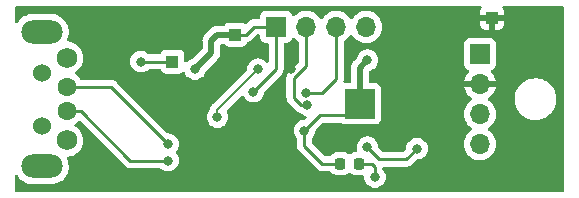
<source format=gbr>
G04 #@! TF.GenerationSoftware,KiCad,Pcbnew,6.0.4+dfsg-1*
G04 #@! TF.CreationDate,2022-03-26T10:07:46-04:00*
G04 #@! TF.ProjectId,PortaNet,506f7274-614e-4657-942e-6b696361645f,rev?*
G04 #@! TF.SameCoordinates,Original*
G04 #@! TF.FileFunction,Copper,L2,Bot*
G04 #@! TF.FilePolarity,Positive*
%FSLAX46Y46*%
G04 Gerber Fmt 4.6, Leading zero omitted, Abs format (unit mm)*
G04 Created by KiCad (PCBNEW 6.0.4+dfsg-1) date 2022-03-26 10:07:46*
%MOMM*%
%LPD*%
G01*
G04 APERTURE LIST*
G04 Aperture macros list*
%AMRoundRect*
0 Rectangle with rounded corners*
0 $1 Rounding radius*
0 $2 $3 $4 $5 $6 $7 $8 $9 X,Y pos of 4 corners*
0 Add a 4 corners polygon primitive as box body*
4,1,4,$2,$3,$4,$5,$6,$7,$8,$9,$2,$3,0*
0 Add four circle primitives for the rounded corners*
1,1,$1+$1,$2,$3*
1,1,$1+$1,$4,$5*
1,1,$1+$1,$6,$7*
1,1,$1+$1,$8,$9*
0 Add four rect primitives between the rounded corners*
20,1,$1+$1,$2,$3,$4,$5,0*
20,1,$1+$1,$4,$5,$6,$7,0*
20,1,$1+$1,$6,$7,$8,$9,0*
20,1,$1+$1,$8,$9,$2,$3,0*%
G04 Aperture macros list end*
G04 #@! TA.AperFunction,WasherPad*
%ADD10C,1.524000*%
G04 #@! TD*
G04 #@! TA.AperFunction,ComponentPad*
%ADD11C,1.750000*%
G04 #@! TD*
G04 #@! TA.AperFunction,ComponentPad*
%ADD12C,1.600000*%
G04 #@! TD*
G04 #@! TA.AperFunction,ComponentPad*
%ADD13O,3.500000X2.000000*%
G04 #@! TD*
G04 #@! TA.AperFunction,ComponentPad*
%ADD14C,0.500000*%
G04 #@! TD*
G04 #@! TA.AperFunction,SMDPad,CuDef*
%ADD15R,2.500000X2.500000*%
G04 #@! TD*
G04 #@! TA.AperFunction,ComponentPad*
%ADD16R,1.700000X1.700000*%
G04 #@! TD*
G04 #@! TA.AperFunction,ComponentPad*
%ADD17O,1.700000X1.700000*%
G04 #@! TD*
G04 #@! TA.AperFunction,SMDPad,CuDef*
%ADD18R,1.000000X1.000000*%
G04 #@! TD*
G04 #@! TA.AperFunction,SMDPad,CuDef*
%ADD19RoundRect,0.225000X0.225000X0.250000X-0.225000X0.250000X-0.225000X-0.250000X0.225000X-0.250000X0*%
G04 #@! TD*
G04 #@! TA.AperFunction,ViaPad*
%ADD20C,0.800000*%
G04 #@! TD*
G04 #@! TA.AperFunction,Conductor*
%ADD21C,0.250000*%
G04 #@! TD*
G04 #@! TA.AperFunction,Conductor*
%ADD22C,0.500000*%
G04 #@! TD*
G04 #@! TA.AperFunction,Conductor*
%ADD23C,0.200000*%
G04 #@! TD*
G04 APERTURE END LIST*
D10*
X124460000Y-68870000D03*
X124460000Y-73370000D03*
D11*
X126560000Y-74620000D03*
D12*
X126560000Y-72120000D03*
X126560000Y-70120000D03*
D11*
X126560000Y-67620000D03*
D13*
X124460000Y-76820000D03*
X124460000Y-65420000D03*
D14*
X152384000Y-71501000D03*
X150384000Y-72501000D03*
X151384000Y-70501000D03*
X152384000Y-70501000D03*
X151384000Y-71501000D03*
X152384000Y-72501000D03*
D15*
X151384000Y-71501000D03*
D14*
X151384000Y-72501000D03*
X150384000Y-70501000D03*
X150384000Y-71501000D03*
D16*
X144287000Y-64999000D03*
D17*
X146827000Y-64999000D03*
X149367000Y-64999000D03*
X151907000Y-64999000D03*
D16*
X161544000Y-67310000D03*
D17*
X161544000Y-69850000D03*
X161544000Y-72390000D03*
X161544000Y-74930000D03*
D18*
X135509000Y-67945000D03*
D19*
X151270000Y-76581000D03*
X149720000Y-76581000D03*
D18*
X162560000Y-64262000D03*
X140843000Y-65659000D03*
D20*
X154051000Y-67945000D03*
X136779000Y-72644000D03*
X148336000Y-75184000D03*
X145542000Y-68580000D03*
X163957000Y-65786000D03*
X159512000Y-73787000D03*
X155448000Y-72009000D03*
X150622000Y-75184000D03*
X142367000Y-70485000D03*
X137414000Y-68580000D03*
X152019000Y-67818000D03*
X146685000Y-73787000D03*
X132842000Y-67945000D03*
X146939000Y-71628000D03*
X146812000Y-70612000D03*
X135128000Y-76327000D03*
X135128000Y-74930000D03*
X152019000Y-75184000D03*
X156210000Y-75311000D03*
X152654000Y-77724000D03*
X139319000Y-72644000D03*
X142748000Y-68580000D03*
D21*
X144287000Y-68565000D02*
X144287000Y-64999000D01*
X148209000Y-76581000D02*
X146685000Y-75057000D01*
X142367000Y-70485000D02*
X144287000Y-68565000D01*
X141732000Y-65659000D02*
X142392000Y-64999000D01*
X146685000Y-75057000D02*
X146685000Y-73787000D01*
D22*
X151384000Y-68453000D02*
X151384000Y-70501000D01*
X138811000Y-67183000D02*
X138811000Y-66167000D01*
D21*
X142392000Y-64999000D02*
X144287000Y-64999000D01*
X149720000Y-76581000D02*
X148209000Y-76581000D01*
D22*
X138811000Y-66167000D02*
X139319000Y-65659000D01*
D21*
X147971000Y-72501000D02*
X146685000Y-73787000D01*
D22*
X137414000Y-68580000D02*
X138811000Y-67183000D01*
X139319000Y-65659000D02*
X140843000Y-65659000D01*
D21*
X150384000Y-72501000D02*
X147971000Y-72501000D01*
D22*
X152019000Y-67818000D02*
X151384000Y-68453000D01*
D21*
X140843000Y-65659000D02*
X141732000Y-65659000D01*
X135509000Y-67945000D02*
X132842000Y-67945000D01*
X146939000Y-71628000D02*
X146431000Y-71628000D01*
X145796000Y-69350614D02*
X146827000Y-68319614D01*
X146431000Y-71628000D02*
X145796000Y-70993000D01*
X145796000Y-70993000D02*
X145796000Y-69350614D01*
X146827000Y-68319614D02*
X146827000Y-64999000D01*
X148209000Y-70612000D02*
X149367000Y-69454000D01*
X149367000Y-69454000D02*
X149367000Y-64999000D01*
X146812000Y-70612000D02*
X148209000Y-70612000D01*
X126560000Y-72120000D02*
X127746000Y-72120000D01*
X127746000Y-72120000D02*
X131953000Y-76327000D01*
X131953000Y-76327000D02*
X135128000Y-76327000D01*
X130318000Y-70120000D02*
X126560000Y-70120000D01*
X135128000Y-74930000D02*
X130318000Y-70120000D01*
X153035000Y-76200000D02*
X152019000Y-75184000D01*
X156210000Y-75311000D02*
X155321000Y-76200000D01*
X155321000Y-76200000D02*
X153035000Y-76200000D01*
X152654000Y-77724000D02*
X152654000Y-76835000D01*
X152654000Y-76835000D02*
X152400000Y-76581000D01*
X152400000Y-76581000D02*
X151270000Y-76581000D01*
D23*
X142748000Y-68580000D02*
X139319000Y-72009000D01*
X139319000Y-72009000D02*
X139319000Y-72644000D01*
G04 #@! TA.AperFunction,Conductor*
G36*
X161627691Y-63266502D02*
G01*
X161674184Y-63320158D01*
X161684288Y-63390432D01*
X161660396Y-63448065D01*
X161615214Y-63508351D01*
X161606676Y-63523946D01*
X161561522Y-63644394D01*
X161557895Y-63659649D01*
X161552369Y-63710514D01*
X161552000Y-63717328D01*
X161552000Y-63989885D01*
X161556475Y-64005124D01*
X161557865Y-64006329D01*
X161565548Y-64008000D01*
X163549884Y-64008000D01*
X163565123Y-64003525D01*
X163566328Y-64002135D01*
X163567999Y-63994452D01*
X163567999Y-63717331D01*
X163567629Y-63710510D01*
X163562105Y-63659648D01*
X163558479Y-63644396D01*
X163513324Y-63523946D01*
X163504786Y-63508351D01*
X163459604Y-63448065D01*
X163434756Y-63381558D01*
X163449809Y-63312176D01*
X163499983Y-63261946D01*
X163560430Y-63246500D01*
X168529500Y-63246500D01*
X168597621Y-63266502D01*
X168644114Y-63320158D01*
X168655500Y-63372500D01*
X168655500Y-78867500D01*
X168635498Y-78935621D01*
X168581842Y-78982114D01*
X168529500Y-78993500D01*
X122300500Y-78993500D01*
X122232379Y-78973498D01*
X122185886Y-78919842D01*
X122174500Y-78867500D01*
X122174500Y-77653975D01*
X122194502Y-77585854D01*
X122248158Y-77539361D01*
X122318432Y-77529257D01*
X122383012Y-77558751D01*
X122404711Y-77583151D01*
X122530544Y-77768307D01*
X122697332Y-77944681D01*
X122701358Y-77947759D01*
X122701359Y-77947760D01*
X122886154Y-78089047D01*
X122886158Y-78089050D01*
X122890174Y-78092120D01*
X123104109Y-78206831D01*
X123333631Y-78285862D01*
X123432978Y-78303022D01*
X123568926Y-78326504D01*
X123568932Y-78326505D01*
X123572836Y-78327179D01*
X123576797Y-78327359D01*
X123576798Y-78327359D01*
X123600506Y-78328436D01*
X123600525Y-78328436D01*
X123601925Y-78328500D01*
X125271001Y-78328500D01*
X125273509Y-78328298D01*
X125273514Y-78328298D01*
X125446924Y-78314346D01*
X125446929Y-78314345D01*
X125451965Y-78313940D01*
X125456873Y-78312734D01*
X125456876Y-78312734D01*
X125682792Y-78257244D01*
X125687706Y-78256037D01*
X125692358Y-78254062D01*
X125692362Y-78254061D01*
X125906498Y-78163165D01*
X125911156Y-78161188D01*
X126017037Y-78094511D01*
X126112288Y-78034528D01*
X126112291Y-78034526D01*
X126116567Y-78031833D01*
X126215422Y-77944681D01*
X126294858Y-77874650D01*
X126294861Y-77874647D01*
X126298655Y-77871302D01*
X126414257Y-77730565D01*
X126449526Y-77687628D01*
X126449528Y-77687625D01*
X126452734Y-77683722D01*
X126536013Y-77540635D01*
X126572299Y-77478290D01*
X126572300Y-77478288D01*
X126574841Y-77473922D01*
X126623357Y-77347532D01*
X126660020Y-77252022D01*
X126660021Y-77252018D01*
X126661833Y-77247298D01*
X126664506Y-77234502D01*
X126710440Y-77014631D01*
X126710440Y-77014627D01*
X126711474Y-77009680D01*
X126722486Y-76767183D01*
X126721064Y-76754890D01*
X126695167Y-76531071D01*
X126695166Y-76531067D01*
X126694585Y-76526044D01*
X126692006Y-76516928D01*
X126640119Y-76333565D01*
X126628490Y-76292468D01*
X126626356Y-76287892D01*
X126626354Y-76287886D01*
X126576589Y-76181166D01*
X126575375Y-76178562D01*
X126564714Y-76108370D01*
X126593694Y-76043557D01*
X126653114Y-76004701D01*
X126673560Y-76000333D01*
X126843504Y-75978563D01*
X126843505Y-75978563D01*
X126848632Y-75977906D01*
X126853582Y-75976421D01*
X127061591Y-75914015D01*
X127061592Y-75914014D01*
X127066537Y-75912531D01*
X127270839Y-75812444D01*
X127275043Y-75809446D01*
X127275047Y-75809443D01*
X127451847Y-75683333D01*
X127451849Y-75683331D01*
X127456051Y-75680334D01*
X127617199Y-75519747D01*
X127668495Y-75448362D01*
X127746938Y-75339198D01*
X127746942Y-75339192D01*
X127749956Y-75334997D01*
X127805297Y-75223023D01*
X127848461Y-75135688D01*
X127848462Y-75135686D01*
X127850755Y-75131046D01*
X127910815Y-74933365D01*
X127915388Y-74918314D01*
X127915388Y-74918313D01*
X127916890Y-74913370D01*
X127921444Y-74878782D01*
X127946148Y-74691136D01*
X127946148Y-74691132D01*
X127946585Y-74687815D01*
X127947946Y-74632134D01*
X127948160Y-74623365D01*
X127948160Y-74623361D01*
X127948242Y-74620000D01*
X127929601Y-74393264D01*
X127874178Y-74172617D01*
X127804420Y-74012185D01*
X127785522Y-73968722D01*
X127785520Y-73968719D01*
X127783462Y-73963985D01*
X127664719Y-73780435D01*
X127662698Y-73777311D01*
X127662696Y-73777308D01*
X127659890Y-73772971D01*
X127506779Y-73604704D01*
X127328241Y-73463704D01*
X127323717Y-73461206D01*
X127323713Y-73461204D01*
X127278122Y-73436036D01*
X127228151Y-73385603D01*
X127213380Y-73316160D01*
X127238497Y-73249755D01*
X127266745Y-73222515D01*
X127296594Y-73201615D01*
X127339738Y-73171405D01*
X127399789Y-73129357D01*
X127399792Y-73129355D01*
X127404300Y-73126198D01*
X127541202Y-72989296D01*
X127603514Y-72955270D01*
X127674329Y-72960335D01*
X127719392Y-72989296D01*
X131449343Y-76719247D01*
X131456887Y-76727537D01*
X131461000Y-76734018D01*
X131466777Y-76739443D01*
X131510667Y-76780658D01*
X131513509Y-76783413D01*
X131533230Y-76803134D01*
X131536425Y-76805612D01*
X131545447Y-76813318D01*
X131577679Y-76843586D01*
X131584628Y-76847406D01*
X131595432Y-76853346D01*
X131611956Y-76864199D01*
X131627959Y-76876613D01*
X131668543Y-76894176D01*
X131679173Y-76899383D01*
X131717940Y-76920695D01*
X131725617Y-76922666D01*
X131725622Y-76922668D01*
X131737558Y-76925732D01*
X131756266Y-76932137D01*
X131774855Y-76940181D01*
X131782680Y-76941420D01*
X131782682Y-76941421D01*
X131818519Y-76947097D01*
X131830140Y-76949504D01*
X131865289Y-76958528D01*
X131872970Y-76960500D01*
X131893231Y-76960500D01*
X131912940Y-76962051D01*
X131932943Y-76965219D01*
X131940835Y-76964473D01*
X131946062Y-76963979D01*
X131976954Y-76961059D01*
X131988811Y-76960500D01*
X134419800Y-76960500D01*
X134487921Y-76980502D01*
X134507147Y-76996843D01*
X134507420Y-76996540D01*
X134512332Y-77000963D01*
X134516747Y-77005866D01*
X134528811Y-77014631D01*
X134665520Y-77113956D01*
X134671248Y-77118118D01*
X134677276Y-77120802D01*
X134677278Y-77120803D01*
X134838929Y-77192774D01*
X134845712Y-77195794D01*
X134924439Y-77212528D01*
X135026056Y-77234128D01*
X135026061Y-77234128D01*
X135032513Y-77235500D01*
X135223487Y-77235500D01*
X135229939Y-77234128D01*
X135229944Y-77234128D01*
X135331561Y-77212528D01*
X135410288Y-77195794D01*
X135417071Y-77192774D01*
X135578722Y-77120803D01*
X135578724Y-77120802D01*
X135584752Y-77118118D01*
X135590481Y-77113956D01*
X135668689Y-77057134D01*
X135739253Y-77005866D01*
X135750439Y-76993443D01*
X135862621Y-76868852D01*
X135862622Y-76868851D01*
X135867040Y-76863944D01*
X135927311Y-76759552D01*
X135959223Y-76704279D01*
X135959224Y-76704278D01*
X135962527Y-76698556D01*
X136021542Y-76516928D01*
X136041504Y-76327000D01*
X136037780Y-76291564D01*
X136022232Y-76143635D01*
X136022232Y-76143633D01*
X136021542Y-76137072D01*
X135962527Y-75955444D01*
X135867040Y-75790056D01*
X135797485Y-75712808D01*
X135766770Y-75648803D01*
X135775533Y-75578350D01*
X135797484Y-75544194D01*
X135867040Y-75466944D01*
X135940794Y-75339198D01*
X135959223Y-75307279D01*
X135959224Y-75307278D01*
X135962527Y-75301556D01*
X136021542Y-75119928D01*
X136023554Y-75100791D01*
X136040814Y-74936565D01*
X136041504Y-74930000D01*
X136021542Y-74740072D01*
X135962527Y-74558444D01*
X135867040Y-74393056D01*
X135822042Y-74343080D01*
X135743675Y-74256045D01*
X135743674Y-74256044D01*
X135739253Y-74251134D01*
X135611831Y-74158556D01*
X135590094Y-74142763D01*
X135590093Y-74142762D01*
X135584752Y-74138882D01*
X135578724Y-74136198D01*
X135578722Y-74136197D01*
X135416319Y-74063891D01*
X135416318Y-74063891D01*
X135410288Y-74061206D01*
X135316887Y-74041353D01*
X135229944Y-74022872D01*
X135229939Y-74022872D01*
X135223487Y-74021500D01*
X135167595Y-74021500D01*
X135099474Y-74001498D01*
X135078500Y-73984595D01*
X130821652Y-69727747D01*
X130814112Y-69719461D01*
X130810000Y-69712982D01*
X130780490Y-69685270D01*
X130760349Y-69666357D01*
X130757507Y-69663602D01*
X130737770Y-69643865D01*
X130734573Y-69641385D01*
X130725551Y-69633680D01*
X130693321Y-69603414D01*
X130686375Y-69599595D01*
X130686372Y-69599593D01*
X130675566Y-69593652D01*
X130659047Y-69582801D01*
X130651382Y-69576856D01*
X130643041Y-69570386D01*
X130635772Y-69567241D01*
X130635768Y-69567238D01*
X130602463Y-69552826D01*
X130591813Y-69547609D01*
X130553060Y-69526305D01*
X130533437Y-69521267D01*
X130514734Y-69514863D01*
X130503420Y-69509967D01*
X130503419Y-69509967D01*
X130496145Y-69506819D01*
X130488322Y-69505580D01*
X130488312Y-69505577D01*
X130452476Y-69499901D01*
X130440856Y-69497495D01*
X130405711Y-69488472D01*
X130405710Y-69488472D01*
X130398030Y-69486500D01*
X130377776Y-69486500D01*
X130358065Y-69484949D01*
X130345886Y-69483020D01*
X130338057Y-69481780D01*
X130330165Y-69482526D01*
X130294039Y-69485941D01*
X130282181Y-69486500D01*
X127779394Y-69486500D01*
X127711273Y-69466498D01*
X127676181Y-69432771D01*
X127569357Y-69280211D01*
X127569355Y-69280208D01*
X127566198Y-69275700D01*
X127404300Y-69113802D01*
X127399792Y-69110645D01*
X127399789Y-69110643D01*
X127269620Y-69019498D01*
X127225292Y-68964041D01*
X127217983Y-68893422D01*
X127250014Y-68830061D01*
X127271231Y-68812993D01*
X127270839Y-68812444D01*
X127451847Y-68683333D01*
X127451849Y-68683331D01*
X127456051Y-68680334D01*
X127617199Y-68519747D01*
X127668593Y-68448225D01*
X127746938Y-68339198D01*
X127746942Y-68339192D01*
X127749956Y-68334997D01*
X127810977Y-68211531D01*
X127848461Y-68135688D01*
X127848462Y-68135686D01*
X127850755Y-68131046D01*
X127900350Y-67967809D01*
X127907280Y-67945000D01*
X131928496Y-67945000D01*
X131929186Y-67951565D01*
X131947530Y-68126095D01*
X131948458Y-68134928D01*
X132007473Y-68316556D01*
X132010776Y-68322278D01*
X132010777Y-68322279D01*
X132026335Y-68349226D01*
X132102960Y-68481944D01*
X132107378Y-68486851D01*
X132107379Y-68486852D01*
X132213966Y-68605229D01*
X132230747Y-68623866D01*
X132303453Y-68676690D01*
X132366275Y-68722333D01*
X132385248Y-68736118D01*
X132391276Y-68738802D01*
X132391278Y-68738803D01*
X132553681Y-68811109D01*
X132559712Y-68813794D01*
X132636242Y-68830061D01*
X132740056Y-68852128D01*
X132740061Y-68852128D01*
X132746513Y-68853500D01*
X132937487Y-68853500D01*
X132943939Y-68852128D01*
X132943944Y-68852128D01*
X133047758Y-68830061D01*
X133124288Y-68813794D01*
X133130319Y-68811109D01*
X133292722Y-68738803D01*
X133292724Y-68738802D01*
X133298752Y-68736118D01*
X133317726Y-68722333D01*
X133447675Y-68627919D01*
X133453253Y-68623866D01*
X133457668Y-68618963D01*
X133462580Y-68614540D01*
X133463705Y-68615789D01*
X133517014Y-68582949D01*
X133550200Y-68578500D01*
X134428618Y-68578500D01*
X134496739Y-68598502D01*
X134543232Y-68652158D01*
X134546599Y-68660269D01*
X134554122Y-68680334D01*
X134558385Y-68691705D01*
X134645739Y-68808261D01*
X134762295Y-68895615D01*
X134898684Y-68946745D01*
X134960866Y-68953500D01*
X136057134Y-68953500D01*
X136119316Y-68946745D01*
X136255705Y-68895615D01*
X136360491Y-68817082D01*
X136426997Y-68792234D01*
X136496380Y-68807287D01*
X136546610Y-68857461D01*
X136555888Y-68878970D01*
X136579473Y-68951556D01*
X136582776Y-68957278D01*
X136582777Y-68957279D01*
X136608442Y-69001731D01*
X136674960Y-69116944D01*
X136679378Y-69121851D01*
X136679379Y-69121852D01*
X136769555Y-69222003D01*
X136802747Y-69258866D01*
X136957248Y-69371118D01*
X136963276Y-69373802D01*
X136963278Y-69373803D01*
X137125681Y-69446109D01*
X137131712Y-69448794D01*
X137225112Y-69468647D01*
X137312056Y-69487128D01*
X137312061Y-69487128D01*
X137318513Y-69488500D01*
X137509487Y-69488500D01*
X137515939Y-69487128D01*
X137515944Y-69487128D01*
X137602888Y-69468647D01*
X137696288Y-69448794D01*
X137702319Y-69446109D01*
X137864722Y-69373803D01*
X137864724Y-69373802D01*
X137870752Y-69371118D01*
X138025253Y-69258866D01*
X138058445Y-69222003D01*
X138148621Y-69121852D01*
X138148622Y-69121851D01*
X138153040Y-69116944D01*
X138219558Y-69001731D01*
X138245223Y-68957279D01*
X138245224Y-68957278D01*
X138248527Y-68951556D01*
X138303387Y-68782714D01*
X138334125Y-68732556D01*
X139299911Y-67766770D01*
X139314323Y-67754384D01*
X139325918Y-67745851D01*
X139325923Y-67745846D01*
X139331818Y-67741508D01*
X139336557Y-67735930D01*
X139336560Y-67735927D01*
X139366035Y-67701232D01*
X139372965Y-67693716D01*
X139378660Y-67688021D01*
X139383518Y-67681880D01*
X139396281Y-67665749D01*
X139399072Y-67662345D01*
X139441591Y-67612297D01*
X139441592Y-67612295D01*
X139446333Y-67606715D01*
X139449661Y-67600199D01*
X139453028Y-67595150D01*
X139456195Y-67590021D01*
X139460734Y-67584284D01*
X139491655Y-67518125D01*
X139493561Y-67514225D01*
X139526769Y-67449192D01*
X139528508Y-67442084D01*
X139530607Y-67436441D01*
X139532524Y-67430678D01*
X139535622Y-67424050D01*
X139542026Y-67393264D01*
X139550486Y-67352588D01*
X139551457Y-67348299D01*
X139552866Y-67342540D01*
X139568808Y-67277390D01*
X139569500Y-67266236D01*
X139569536Y-67266238D01*
X139569775Y-67262245D01*
X139570149Y-67258053D01*
X139571640Y-67250885D01*
X139569546Y-67173479D01*
X139569500Y-67170072D01*
X139569500Y-66543500D01*
X139589502Y-66475379D01*
X139643158Y-66428886D01*
X139695500Y-66417500D01*
X139838198Y-66417500D01*
X139906319Y-66437502D01*
X139939024Y-66467935D01*
X139979739Y-66522261D01*
X140096295Y-66609615D01*
X140232684Y-66660745D01*
X140294866Y-66667500D01*
X141391134Y-66667500D01*
X141453316Y-66660745D01*
X141589705Y-66609615D01*
X141706261Y-66522261D01*
X141793615Y-66405705D01*
X141804188Y-66377502D01*
X141813833Y-66351774D01*
X141856475Y-66295010D01*
X141891170Y-66278415D01*
X141890798Y-66277474D01*
X141931912Y-66261196D01*
X141943142Y-66257351D01*
X141977983Y-66247229D01*
X141977984Y-66247229D01*
X141985593Y-66245018D01*
X141992412Y-66240985D01*
X141992417Y-66240983D01*
X142003028Y-66234707D01*
X142020776Y-66226012D01*
X142039617Y-66218552D01*
X142049591Y-66211306D01*
X142075387Y-66192564D01*
X142085307Y-66186048D01*
X142116535Y-66167580D01*
X142116538Y-66167578D01*
X142123362Y-66163542D01*
X142137683Y-66149221D01*
X142152717Y-66136380D01*
X142162693Y-66129132D01*
X142169107Y-66124472D01*
X142197288Y-66090407D01*
X142205278Y-66081626D01*
X142617501Y-65669404D01*
X142679813Y-65635379D01*
X142706596Y-65632500D01*
X142802500Y-65632500D01*
X142870621Y-65652502D01*
X142917114Y-65706158D01*
X142928500Y-65758500D01*
X142928500Y-65897134D01*
X142935255Y-65959316D01*
X142986385Y-66095705D01*
X143073739Y-66212261D01*
X143190295Y-66299615D01*
X143326684Y-66350745D01*
X143388866Y-66357500D01*
X143527500Y-66357500D01*
X143595621Y-66377502D01*
X143642114Y-66431158D01*
X143653500Y-66483500D01*
X143653500Y-67899688D01*
X143633498Y-67967809D01*
X143579842Y-68014302D01*
X143509568Y-68024406D01*
X143444988Y-67994912D01*
X143433864Y-67983998D01*
X143363675Y-67906045D01*
X143363671Y-67906041D01*
X143359253Y-67901134D01*
X143238231Y-67813206D01*
X143210094Y-67792763D01*
X143210093Y-67792762D01*
X143204752Y-67788882D01*
X143198724Y-67786198D01*
X143198722Y-67786197D01*
X143036319Y-67713891D01*
X143036318Y-67713891D01*
X143030288Y-67711206D01*
X142933425Y-67690617D01*
X142849944Y-67672872D01*
X142849939Y-67672872D01*
X142843487Y-67671500D01*
X142652513Y-67671500D01*
X142646061Y-67672872D01*
X142646056Y-67672872D01*
X142562575Y-67690617D01*
X142465712Y-67711206D01*
X142459682Y-67713891D01*
X142459681Y-67713891D01*
X142297278Y-67786197D01*
X142297276Y-67786198D01*
X142291248Y-67788882D01*
X142285907Y-67792762D01*
X142285906Y-67792763D01*
X142257769Y-67813206D01*
X142136747Y-67901134D01*
X142132329Y-67906041D01*
X142132325Y-67906045D01*
X142025753Y-68024406D01*
X142008960Y-68043056D01*
X141961017Y-68126095D01*
X141918452Y-68199821D01*
X141913473Y-68208444D01*
X141854458Y-68390072D01*
X141853768Y-68396633D01*
X141853768Y-68396635D01*
X141842375Y-68505033D01*
X141834496Y-68580000D01*
X141834684Y-68581786D01*
X141815184Y-68648196D01*
X141798281Y-68669170D01*
X138922766Y-71544685D01*
X138910375Y-71555552D01*
X138885013Y-71575013D01*
X138860526Y-71606925D01*
X138860523Y-71606928D01*
X138787476Y-71702124D01*
X138726162Y-71850149D01*
X138726162Y-71850150D01*
X138724414Y-71863425D01*
X138724414Y-71863426D01*
X138716692Y-71922082D01*
X138685406Y-71989946D01*
X138628129Y-72053559D01*
X138579960Y-72107056D01*
X138532305Y-72189596D01*
X138499025Y-72247240D01*
X138484473Y-72272444D01*
X138425458Y-72454072D01*
X138424768Y-72460633D01*
X138424768Y-72460635D01*
X138411774Y-72584270D01*
X138405496Y-72644000D01*
X138406186Y-72650565D01*
X138422671Y-72807408D01*
X138425458Y-72833928D01*
X138484473Y-73015556D01*
X138579960Y-73180944D01*
X138584378Y-73185851D01*
X138584379Y-73185852D01*
X138642112Y-73249971D01*
X138707747Y-73322866D01*
X138772621Y-73370000D01*
X138851803Y-73427529D01*
X138862248Y-73435118D01*
X138868276Y-73437802D01*
X138868278Y-73437803D01*
X139028734Y-73509242D01*
X139036712Y-73512794D01*
X139130112Y-73532647D01*
X139217056Y-73551128D01*
X139217061Y-73551128D01*
X139223513Y-73552500D01*
X139414487Y-73552500D01*
X139420939Y-73551128D01*
X139420944Y-73551128D01*
X139507888Y-73532647D01*
X139601288Y-73512794D01*
X139609266Y-73509242D01*
X139769722Y-73437803D01*
X139769724Y-73437802D01*
X139775752Y-73435118D01*
X139786198Y-73427529D01*
X139865379Y-73370000D01*
X139930253Y-73322866D01*
X139995888Y-73249971D01*
X140053621Y-73185852D01*
X140053622Y-73185851D01*
X140058040Y-73180944D01*
X140153527Y-73015556D01*
X140212542Y-72833928D01*
X140215330Y-72807408D01*
X140231814Y-72650565D01*
X140232504Y-72644000D01*
X140226226Y-72584270D01*
X140213232Y-72460635D01*
X140213232Y-72460633D01*
X140212542Y-72454072D01*
X140153527Y-72272444D01*
X140141619Y-72251819D01*
X140114966Y-72205654D01*
X140098228Y-72136658D01*
X140121449Y-72069567D01*
X140134990Y-72053559D01*
X141342981Y-70845568D01*
X141405293Y-70811542D01*
X141476108Y-70816607D01*
X141532944Y-70859154D01*
X141541195Y-70871663D01*
X141627960Y-71021944D01*
X141632378Y-71026851D01*
X141632379Y-71026852D01*
X141739268Y-71145564D01*
X141755747Y-71163866D01*
X141805796Y-71200229D01*
X141893608Y-71264028D01*
X141910248Y-71276118D01*
X141916276Y-71278802D01*
X141916278Y-71278803D01*
X142078681Y-71351109D01*
X142084712Y-71353794D01*
X142178112Y-71373647D01*
X142265056Y-71392128D01*
X142265061Y-71392128D01*
X142271513Y-71393500D01*
X142462487Y-71393500D01*
X142468939Y-71392128D01*
X142468944Y-71392128D01*
X142555888Y-71373647D01*
X142649288Y-71353794D01*
X142655319Y-71351109D01*
X142817722Y-71278803D01*
X142817724Y-71278802D01*
X142823752Y-71276118D01*
X142840393Y-71264028D01*
X142928204Y-71200229D01*
X142978253Y-71163866D01*
X142994732Y-71145564D01*
X143101621Y-71026852D01*
X143101622Y-71026851D01*
X143106040Y-71021944D01*
X143201527Y-70856556D01*
X143260542Y-70674928D01*
X143277907Y-70509706D01*
X143304920Y-70444050D01*
X143314122Y-70433782D01*
X143995876Y-69752029D01*
X144679253Y-69068652D01*
X144687539Y-69061112D01*
X144694018Y-69057000D01*
X144740644Y-69007348D01*
X144743398Y-69004507D01*
X144763135Y-68984770D01*
X144765615Y-68981573D01*
X144773320Y-68972551D01*
X144776172Y-68969514D01*
X144803586Y-68940321D01*
X144807405Y-68933375D01*
X144807407Y-68933372D01*
X144813348Y-68922566D01*
X144824199Y-68906047D01*
X144824559Y-68905583D01*
X144836614Y-68890041D01*
X144839759Y-68882772D01*
X144839762Y-68882768D01*
X144854174Y-68849463D01*
X144859391Y-68838813D01*
X144880695Y-68800060D01*
X144882705Y-68792234D01*
X144885733Y-68780438D01*
X144892137Y-68761734D01*
X144897033Y-68750420D01*
X144897033Y-68750419D01*
X144900181Y-68743145D01*
X144901420Y-68735322D01*
X144901423Y-68735312D01*
X144907099Y-68699476D01*
X144909505Y-68687856D01*
X144918528Y-68652711D01*
X144918528Y-68652710D01*
X144920500Y-68645030D01*
X144920500Y-68624776D01*
X144922051Y-68605065D01*
X144923091Y-68598502D01*
X144925220Y-68585057D01*
X144921059Y-68541038D01*
X144920500Y-68529181D01*
X144920500Y-66483500D01*
X144940502Y-66415379D01*
X144994158Y-66368886D01*
X145046500Y-66357500D01*
X145185134Y-66357500D01*
X145247316Y-66350745D01*
X145383705Y-66299615D01*
X145500261Y-66212261D01*
X145587615Y-66095705D01*
X145621157Y-66006233D01*
X145631598Y-65978382D01*
X145674240Y-65921618D01*
X145740802Y-65896918D01*
X145810150Y-65912126D01*
X145844817Y-65940114D01*
X145873250Y-65972938D01*
X145949846Y-66036529D01*
X146034045Y-66106432D01*
X146045126Y-66115632D01*
X146117513Y-66157931D01*
X146131070Y-66165853D01*
X146179794Y-66217491D01*
X146193500Y-66274641D01*
X146193500Y-68005019D01*
X146173498Y-68073140D01*
X146156595Y-68094114D01*
X145403747Y-68846962D01*
X145395461Y-68854502D01*
X145388982Y-68858614D01*
X145383557Y-68864391D01*
X145342357Y-68908265D01*
X145339602Y-68911107D01*
X145319865Y-68930844D01*
X145317385Y-68934041D01*
X145309682Y-68943061D01*
X145279414Y-68975293D01*
X145275595Y-68982239D01*
X145275593Y-68982242D01*
X145269652Y-68993048D01*
X145258801Y-69009567D01*
X145246386Y-69025573D01*
X145243241Y-69032842D01*
X145243238Y-69032846D01*
X145228826Y-69066151D01*
X145223609Y-69076801D01*
X145202305Y-69115554D01*
X145200334Y-69123229D01*
X145200334Y-69123230D01*
X145197267Y-69135176D01*
X145190863Y-69153880D01*
X145182819Y-69172469D01*
X145181580Y-69180292D01*
X145181577Y-69180302D01*
X145175901Y-69216138D01*
X145173495Y-69227758D01*
X145164512Y-69262749D01*
X145162500Y-69270584D01*
X145162500Y-69290838D01*
X145160949Y-69310548D01*
X145157780Y-69330557D01*
X145158526Y-69338449D01*
X145161941Y-69374575D01*
X145162500Y-69386433D01*
X145162500Y-70914233D01*
X145161973Y-70925416D01*
X145160298Y-70932909D01*
X145160547Y-70940835D01*
X145160547Y-70940836D01*
X145162438Y-71000986D01*
X145162500Y-71004945D01*
X145162500Y-71032856D01*
X145162997Y-71036790D01*
X145162997Y-71036791D01*
X145163005Y-71036856D01*
X145163938Y-71048693D01*
X145165327Y-71092889D01*
X145170569Y-71110931D01*
X145170978Y-71112339D01*
X145174987Y-71131700D01*
X145176298Y-71142073D01*
X145177526Y-71151797D01*
X145180445Y-71159168D01*
X145180445Y-71159170D01*
X145193804Y-71192912D01*
X145197649Y-71204142D01*
X145206398Y-71234256D01*
X145209982Y-71246593D01*
X145214015Y-71253412D01*
X145214017Y-71253417D01*
X145220293Y-71264028D01*
X145228988Y-71281776D01*
X145236448Y-71300617D01*
X145241110Y-71307033D01*
X145241110Y-71307034D01*
X145262436Y-71336387D01*
X145268952Y-71346307D01*
X145283340Y-71370635D01*
X145291458Y-71384362D01*
X145305779Y-71398683D01*
X145318619Y-71413716D01*
X145330528Y-71430107D01*
X145364505Y-71458215D01*
X145364605Y-71458298D01*
X145373384Y-71466288D01*
X145927343Y-72020247D01*
X145934887Y-72028537D01*
X145939000Y-72035018D01*
X145944777Y-72040443D01*
X145988667Y-72081658D01*
X145991509Y-72084413D01*
X146011231Y-72104135D01*
X146014355Y-72106558D01*
X146014359Y-72106562D01*
X146014424Y-72106612D01*
X146023445Y-72114317D01*
X146055679Y-72144586D01*
X146062627Y-72148405D01*
X146062629Y-72148407D01*
X146073432Y-72154346D01*
X146089959Y-72165202D01*
X146099698Y-72172757D01*
X146099700Y-72172758D01*
X146105960Y-72177614D01*
X146146540Y-72195174D01*
X146157188Y-72200391D01*
X146166762Y-72205654D01*
X146195940Y-72221695D01*
X146203616Y-72223666D01*
X146203619Y-72223667D01*
X146215562Y-72226733D01*
X146234266Y-72233137D01*
X146252855Y-72241181D01*
X146251547Y-72244204D01*
X146296938Y-72272649D01*
X146327747Y-72306866D01*
X146333089Y-72310747D01*
X146333091Y-72310749D01*
X146444227Y-72391494D01*
X146482248Y-72419118D01*
X146488276Y-72421802D01*
X146488278Y-72421803D01*
X146650681Y-72494109D01*
X146656712Y-72496794D01*
X146745260Y-72515616D01*
X146778231Y-72522624D01*
X146840705Y-72556353D01*
X146875026Y-72618502D01*
X146870298Y-72689341D01*
X146841130Y-72734965D01*
X146734499Y-72841596D01*
X146672187Y-72875621D01*
X146645404Y-72878500D01*
X146589513Y-72878500D01*
X146583061Y-72879872D01*
X146583056Y-72879872D01*
X146505051Y-72896453D01*
X146402712Y-72918206D01*
X146396682Y-72920891D01*
X146396681Y-72920891D01*
X146234278Y-72993197D01*
X146234276Y-72993198D01*
X146228248Y-72995882D01*
X146222907Y-72999762D01*
X146222906Y-72999763D01*
X146201169Y-73015556D01*
X146073747Y-73108134D01*
X146069326Y-73113044D01*
X146069325Y-73113045D01*
X146016778Y-73171405D01*
X145945960Y-73250056D01*
X145850473Y-73415444D01*
X145791458Y-73597072D01*
X145790768Y-73603633D01*
X145790768Y-73603635D01*
X145772186Y-73780435D01*
X145771496Y-73787000D01*
X145772186Y-73793565D01*
X145790596Y-73968722D01*
X145791458Y-73976928D01*
X145850473Y-74158556D01*
X145945960Y-74323944D01*
X146019137Y-74405215D01*
X146049853Y-74469221D01*
X146051500Y-74489524D01*
X146051500Y-74978233D01*
X146050973Y-74989416D01*
X146049298Y-74996909D01*
X146049547Y-75004835D01*
X146049547Y-75004836D01*
X146051438Y-75064986D01*
X146051500Y-75068945D01*
X146051500Y-75096856D01*
X146051997Y-75100790D01*
X146051997Y-75100791D01*
X146052005Y-75100856D01*
X146052938Y-75112693D01*
X146054327Y-75156889D01*
X146059978Y-75176339D01*
X146063987Y-75195700D01*
X146066526Y-75215797D01*
X146069445Y-75223168D01*
X146069445Y-75223170D01*
X146082804Y-75256912D01*
X146086649Y-75268142D01*
X146096771Y-75302983D01*
X146098982Y-75310593D01*
X146103015Y-75317412D01*
X146103017Y-75317417D01*
X146109293Y-75328028D01*
X146117988Y-75345776D01*
X146125448Y-75364617D01*
X146130110Y-75371033D01*
X146130110Y-75371034D01*
X146151436Y-75400387D01*
X146157952Y-75410307D01*
X146170670Y-75431811D01*
X146180458Y-75448362D01*
X146194779Y-75462683D01*
X146207619Y-75477716D01*
X146219528Y-75494107D01*
X146250521Y-75519747D01*
X146253605Y-75522298D01*
X146262384Y-75530288D01*
X147705343Y-76973247D01*
X147712887Y-76981537D01*
X147717000Y-76988018D01*
X147722777Y-76993443D01*
X147766667Y-77034658D01*
X147769509Y-77037413D01*
X147789230Y-77057134D01*
X147792425Y-77059612D01*
X147801447Y-77067318D01*
X147833679Y-77097586D01*
X147840628Y-77101406D01*
X147851432Y-77107346D01*
X147867956Y-77118199D01*
X147883959Y-77130613D01*
X147924543Y-77148176D01*
X147935173Y-77153383D01*
X147973940Y-77174695D01*
X147981617Y-77176666D01*
X147981622Y-77176668D01*
X147993558Y-77179732D01*
X148012266Y-77186137D01*
X148030855Y-77194181D01*
X148038680Y-77195420D01*
X148038682Y-77195421D01*
X148074519Y-77201097D01*
X148086140Y-77203504D01*
X148121289Y-77212528D01*
X148128970Y-77214500D01*
X148149231Y-77214500D01*
X148168940Y-77216051D01*
X148188943Y-77219219D01*
X148196835Y-77218473D01*
X148202062Y-77217979D01*
X148232954Y-77215059D01*
X148244811Y-77214500D01*
X148799501Y-77214500D01*
X148867622Y-77234502D01*
X148906644Y-77274195D01*
X148912395Y-77283488D01*
X148912399Y-77283493D01*
X148916248Y-77289713D01*
X149037298Y-77410552D01*
X149043528Y-77414392D01*
X149043529Y-77414393D01*
X149132441Y-77469199D01*
X149182899Y-77500302D01*
X149345243Y-77554149D01*
X149352080Y-77554849D01*
X149352082Y-77554850D01*
X149390158Y-77558751D01*
X149446268Y-77564500D01*
X149993732Y-77564500D01*
X149996978Y-77564163D01*
X149996982Y-77564163D01*
X150031083Y-77560625D01*
X150096019Y-77553887D01*
X150155411Y-77534072D01*
X150251324Y-77502073D01*
X150251326Y-77502072D01*
X150258268Y-77499756D01*
X150292957Y-77478290D01*
X150397487Y-77413605D01*
X150397488Y-77413604D01*
X150403713Y-77409752D01*
X150408886Y-77404570D01*
X150414620Y-77400025D01*
X150416142Y-77401945D01*
X150468206Y-77373455D01*
X150539026Y-77378456D01*
X150575552Y-77401882D01*
X150576372Y-77400843D01*
X150582118Y-77405381D01*
X150587298Y-77410552D01*
X150593528Y-77414392D01*
X150593529Y-77414393D01*
X150682441Y-77469199D01*
X150732899Y-77500302D01*
X150895243Y-77554149D01*
X150902080Y-77554849D01*
X150902082Y-77554850D01*
X150940158Y-77558751D01*
X150996268Y-77564500D01*
X151543732Y-77564500D01*
X151546978Y-77564163D01*
X151546982Y-77564163D01*
X151605058Y-77558137D01*
X151674880Y-77571002D01*
X151726662Y-77619573D01*
X151743964Y-77688429D01*
X151743372Y-77696633D01*
X151740496Y-77724000D01*
X151760458Y-77913928D01*
X151819473Y-78095556D01*
X151914960Y-78260944D01*
X151919378Y-78265851D01*
X151919379Y-78265852D01*
X152038325Y-78397955D01*
X152042747Y-78402866D01*
X152197248Y-78515118D01*
X152203276Y-78517802D01*
X152203278Y-78517803D01*
X152365681Y-78590109D01*
X152371712Y-78592794D01*
X152465113Y-78612647D01*
X152552056Y-78631128D01*
X152552061Y-78631128D01*
X152558513Y-78632500D01*
X152749487Y-78632500D01*
X152755939Y-78631128D01*
X152755944Y-78631128D01*
X152842887Y-78612647D01*
X152936288Y-78592794D01*
X152942319Y-78590109D01*
X153104722Y-78517803D01*
X153104724Y-78517802D01*
X153110752Y-78515118D01*
X153265253Y-78402866D01*
X153269675Y-78397955D01*
X153388621Y-78265852D01*
X153388622Y-78265851D01*
X153393040Y-78260944D01*
X153488527Y-78095556D01*
X153547542Y-77913928D01*
X153567504Y-77724000D01*
X153560144Y-77653975D01*
X153548232Y-77540635D01*
X153548232Y-77540633D01*
X153547542Y-77534072D01*
X153488527Y-77352444D01*
X153455294Y-77294882D01*
X153411609Y-77219219D01*
X153393040Y-77187056D01*
X153319863Y-77105785D01*
X153289147Y-77041779D01*
X153287500Y-77021476D01*
X153287500Y-76959500D01*
X153307502Y-76891379D01*
X153361158Y-76844886D01*
X153413500Y-76833500D01*
X155242233Y-76833500D01*
X155253416Y-76834027D01*
X155260909Y-76835702D01*
X155268835Y-76835453D01*
X155268836Y-76835453D01*
X155328986Y-76833562D01*
X155332945Y-76833500D01*
X155360856Y-76833500D01*
X155364791Y-76833003D01*
X155364856Y-76832995D01*
X155376693Y-76832062D01*
X155408951Y-76831048D01*
X155412970Y-76830922D01*
X155420889Y-76830673D01*
X155440343Y-76825021D01*
X155459700Y-76821013D01*
X155471930Y-76819468D01*
X155471931Y-76819468D01*
X155479797Y-76818474D01*
X155487168Y-76815555D01*
X155487170Y-76815555D01*
X155520912Y-76802196D01*
X155532142Y-76798351D01*
X155566983Y-76788229D01*
X155566984Y-76788229D01*
X155574593Y-76786018D01*
X155581412Y-76781985D01*
X155581417Y-76781983D01*
X155592028Y-76775707D01*
X155609776Y-76767012D01*
X155628617Y-76759552D01*
X155664387Y-76733564D01*
X155674307Y-76727048D01*
X155705535Y-76708580D01*
X155705538Y-76708578D01*
X155712362Y-76704542D01*
X155726683Y-76690221D01*
X155741717Y-76677380D01*
X155751694Y-76670131D01*
X155758107Y-76665472D01*
X155763158Y-76659367D01*
X155763163Y-76659362D01*
X155786294Y-76631402D01*
X155794281Y-76622624D01*
X156160499Y-76256405D01*
X156222812Y-76222380D01*
X156249595Y-76219500D01*
X156305487Y-76219500D01*
X156311939Y-76218128D01*
X156311944Y-76218128D01*
X156401113Y-76199174D01*
X156492288Y-76179794D01*
X156534094Y-76161181D01*
X156660722Y-76104803D01*
X156660724Y-76104802D01*
X156666752Y-76102118D01*
X156821253Y-75989866D01*
X156857400Y-75949721D01*
X156944621Y-75852852D01*
X156944622Y-75852851D01*
X156949040Y-75847944D01*
X157027059Y-75712811D01*
X157041223Y-75688279D01*
X157041224Y-75688278D01*
X157044527Y-75682556D01*
X157103542Y-75500928D01*
X157105407Y-75483189D01*
X157122814Y-75317565D01*
X157123504Y-75311000D01*
X157119405Y-75272000D01*
X157104232Y-75127635D01*
X157104232Y-75127633D01*
X157103542Y-75121072D01*
X157044527Y-74939444D01*
X157039075Y-74930000D01*
X157019846Y-74896695D01*
X160181251Y-74896695D01*
X160181548Y-74901848D01*
X160181548Y-74901851D01*
X160189510Y-75039935D01*
X160194110Y-75119715D01*
X160195247Y-75124761D01*
X160195248Y-75124767D01*
X160213990Y-75207930D01*
X160243222Y-75337639D01*
X160288182Y-75448362D01*
X160321167Y-75529595D01*
X160327266Y-75544616D01*
X160365587Y-75607150D01*
X160430336Y-75712811D01*
X160443987Y-75735088D01*
X160590250Y-75903938D01*
X160762126Y-76046632D01*
X160955000Y-76159338D01*
X160959825Y-76161180D01*
X160959826Y-76161181D01*
X161008569Y-76179794D01*
X161163692Y-76239030D01*
X161168760Y-76240061D01*
X161168763Y-76240062D01*
X161249092Y-76256405D01*
X161382597Y-76283567D01*
X161387772Y-76283757D01*
X161387774Y-76283757D01*
X161600673Y-76291564D01*
X161600677Y-76291564D01*
X161605837Y-76291753D01*
X161610957Y-76291097D01*
X161610959Y-76291097D01*
X161822288Y-76264025D01*
X161822289Y-76264025D01*
X161827416Y-76263368D01*
X161850625Y-76256405D01*
X162036429Y-76200661D01*
X162036434Y-76200659D01*
X162041384Y-76199174D01*
X162241994Y-76100896D01*
X162423860Y-75971173D01*
X162582096Y-75813489D01*
X162594826Y-75795774D01*
X162709435Y-75636277D01*
X162712453Y-75632077D01*
X162723219Y-75610295D01*
X162809136Y-75436453D01*
X162809137Y-75436451D01*
X162811430Y-75431811D01*
X162855642Y-75286292D01*
X162874865Y-75223023D01*
X162874865Y-75223021D01*
X162876370Y-75218069D01*
X162905529Y-74996590D01*
X162905978Y-74978233D01*
X162907074Y-74933365D01*
X162907074Y-74933361D01*
X162907156Y-74930000D01*
X162888852Y-74707361D01*
X162834431Y-74490702D01*
X162745354Y-74285840D01*
X162658944Y-74152271D01*
X162626822Y-74102617D01*
X162626820Y-74102614D01*
X162624014Y-74098277D01*
X162473670Y-73933051D01*
X162469619Y-73929852D01*
X162469615Y-73929848D01*
X162302414Y-73797800D01*
X162302410Y-73797798D01*
X162298359Y-73794598D01*
X162257053Y-73771796D01*
X162207084Y-73721364D01*
X162192312Y-73651921D01*
X162217428Y-73585516D01*
X162244780Y-73558909D01*
X162313195Y-73510109D01*
X162423860Y-73431173D01*
X162582096Y-73273489D01*
X162594826Y-73255774D01*
X162709435Y-73096277D01*
X162712453Y-73092077D01*
X162747444Y-73021279D01*
X162809136Y-72896453D01*
X162809137Y-72896451D01*
X162811430Y-72891811D01*
X162866168Y-72711647D01*
X162874865Y-72683023D01*
X162874865Y-72683021D01*
X162876370Y-72678069D01*
X162905529Y-72456590D01*
X162905611Y-72453240D01*
X162907074Y-72393365D01*
X162907074Y-72393361D01*
X162907156Y-72390000D01*
X162888852Y-72167361D01*
X162834431Y-71950702D01*
X162745354Y-71745840D01*
X162673366Y-71634564D01*
X162626822Y-71562617D01*
X162626820Y-71562614D01*
X162624014Y-71558277D01*
X162473670Y-71393051D01*
X162469619Y-71389852D01*
X162469615Y-71389848D01*
X162302414Y-71257800D01*
X162302410Y-71257798D01*
X162298359Y-71254598D01*
X162256569Y-71231529D01*
X162252730Y-71227655D01*
X164482858Y-71227655D01*
X164518104Y-71486638D01*
X164519412Y-71491124D01*
X164519412Y-71491126D01*
X164532611Y-71536411D01*
X164591243Y-71737567D01*
X164700668Y-71974928D01*
X164703231Y-71978837D01*
X164841410Y-72189596D01*
X164841414Y-72189601D01*
X164843976Y-72193509D01*
X165018018Y-72388506D01*
X165218970Y-72555637D01*
X165222973Y-72558066D01*
X165438422Y-72688804D01*
X165438426Y-72688806D01*
X165442419Y-72691229D01*
X165683455Y-72792303D01*
X165936783Y-72856641D01*
X165941434Y-72857109D01*
X165941438Y-72857110D01*
X166125275Y-72875621D01*
X166153867Y-72878500D01*
X166309354Y-72878500D01*
X166311679Y-72878327D01*
X166311685Y-72878327D01*
X166499000Y-72864407D01*
X166499004Y-72864406D01*
X166503652Y-72864061D01*
X166508200Y-72863032D01*
X166508206Y-72863031D01*
X166694601Y-72820853D01*
X166758577Y-72806377D01*
X166781047Y-72797639D01*
X166997824Y-72713340D01*
X166997827Y-72713339D01*
X167002177Y-72711647D01*
X167041205Y-72689341D01*
X167165147Y-72618502D01*
X167229098Y-72581951D01*
X167434357Y-72420138D01*
X167613443Y-72229763D01*
X167754456Y-72026495D01*
X167759759Y-72018851D01*
X167759761Y-72018848D01*
X167762424Y-72015009D01*
X167807158Y-71924297D01*
X167875960Y-71784781D01*
X167875961Y-71784778D01*
X167878025Y-71780593D01*
X167889150Y-71745840D01*
X167956280Y-71536123D01*
X167957707Y-71531665D01*
X167999721Y-71273693D01*
X168001444Y-71142073D01*
X168003081Y-71017022D01*
X168003081Y-71017019D01*
X168003142Y-71012345D01*
X167967896Y-70753362D01*
X167953473Y-70703877D01*
X167914230Y-70569243D01*
X167894757Y-70502433D01*
X167889184Y-70490343D01*
X167863108Y-70433782D01*
X167785332Y-70265072D01*
X167693808Y-70125475D01*
X167644590Y-70050404D01*
X167644586Y-70050399D01*
X167642024Y-70046491D01*
X167467982Y-69851494D01*
X167267030Y-69684363D01*
X167149457Y-69613018D01*
X167047578Y-69551196D01*
X167047574Y-69551194D01*
X167043581Y-69548771D01*
X166802545Y-69447697D01*
X166549217Y-69383359D01*
X166544566Y-69382891D01*
X166544562Y-69382890D01*
X166335271Y-69361816D01*
X166332133Y-69361500D01*
X166176646Y-69361500D01*
X166174321Y-69361673D01*
X166174315Y-69361673D01*
X165987000Y-69375593D01*
X165986996Y-69375594D01*
X165982348Y-69375939D01*
X165977800Y-69376968D01*
X165977794Y-69376969D01*
X165848950Y-69406124D01*
X165727423Y-69433623D01*
X165723071Y-69435315D01*
X165723069Y-69435316D01*
X165488176Y-69526660D01*
X165488173Y-69526661D01*
X165483823Y-69528353D01*
X165479769Y-69530670D01*
X165479767Y-69530671D01*
X165443856Y-69551196D01*
X165256902Y-69658049D01*
X165051643Y-69819862D01*
X164872557Y-70010237D01*
X164723576Y-70224991D01*
X164721510Y-70229181D01*
X164721508Y-70229184D01*
X164611164Y-70452941D01*
X164607975Y-70459407D01*
X164606553Y-70463850D01*
X164606552Y-70463852D01*
X164541087Y-70668365D01*
X164528293Y-70708335D01*
X164486279Y-70966307D01*
X164485460Y-71028892D01*
X164483085Y-71210351D01*
X164482858Y-71227655D01*
X162252730Y-71227655D01*
X162206598Y-71181097D01*
X162191826Y-71111654D01*
X162216942Y-71045248D01*
X162244294Y-71018641D01*
X162419328Y-70893792D01*
X162427200Y-70887139D01*
X162578052Y-70736812D01*
X162584730Y-70728965D01*
X162709003Y-70556020D01*
X162714313Y-70547183D01*
X162808670Y-70356267D01*
X162812469Y-70346672D01*
X162874377Y-70142910D01*
X162876555Y-70132837D01*
X162877986Y-70121962D01*
X162875775Y-70107778D01*
X162862617Y-70104000D01*
X160227225Y-70104000D01*
X160213694Y-70107973D01*
X160212257Y-70117966D01*
X160242565Y-70252446D01*
X160245645Y-70262275D01*
X160325770Y-70459603D01*
X160330413Y-70468794D01*
X160441694Y-70650388D01*
X160447777Y-70658699D01*
X160587213Y-70819667D01*
X160594580Y-70826883D01*
X160758434Y-70962916D01*
X160766881Y-70968831D01*
X160835969Y-71009203D01*
X160884693Y-71060842D01*
X160897764Y-71130625D01*
X160871033Y-71196396D01*
X160830584Y-71229752D01*
X160817607Y-71236507D01*
X160813474Y-71239610D01*
X160813471Y-71239612D01*
X160643100Y-71367530D01*
X160638965Y-71370635D01*
X160635393Y-71374373D01*
X160495018Y-71521267D01*
X160484629Y-71532138D01*
X160481715Y-71536410D01*
X160481714Y-71536411D01*
X160433613Y-71606925D01*
X160358743Y-71716680D01*
X160343003Y-71750590D01*
X160289642Y-71865547D01*
X160264688Y-71919305D01*
X160204989Y-72134570D01*
X160181251Y-72356695D01*
X160181548Y-72361848D01*
X160181548Y-72361851D01*
X160187011Y-72456590D01*
X160194110Y-72579715D01*
X160195247Y-72584761D01*
X160195248Y-72584767D01*
X160202851Y-72618502D01*
X160243222Y-72797639D01*
X160300669Y-72939114D01*
X160323720Y-72995882D01*
X160327266Y-73004616D01*
X160329965Y-73009020D01*
X160435320Y-73180944D01*
X160443987Y-73195088D01*
X160590250Y-73363938D01*
X160762126Y-73506632D01*
X160832595Y-73547811D01*
X160835445Y-73549476D01*
X160884169Y-73601114D01*
X160897240Y-73670897D01*
X160870509Y-73736669D01*
X160830055Y-73770027D01*
X160824400Y-73772971D01*
X160817607Y-73776507D01*
X160813474Y-73779610D01*
X160813471Y-73779612D01*
X160643100Y-73907530D01*
X160638965Y-73910635D01*
X160484629Y-74072138D01*
X160358743Y-74256680D01*
X160327520Y-74323944D01*
X160271379Y-74444891D01*
X160264688Y-74459305D01*
X160204989Y-74674570D01*
X160181251Y-74896695D01*
X157019846Y-74896695D01*
X156952341Y-74779774D01*
X156949040Y-74774056D01*
X156920542Y-74742405D01*
X156825675Y-74637045D01*
X156825674Y-74637044D01*
X156821253Y-74632134D01*
X156666752Y-74519882D01*
X156660724Y-74517198D01*
X156660722Y-74517197D01*
X156498319Y-74444891D01*
X156498318Y-74444891D01*
X156492288Y-74442206D01*
X156394418Y-74421403D01*
X156311944Y-74403872D01*
X156311939Y-74403872D01*
X156305487Y-74402500D01*
X156114513Y-74402500D01*
X156108061Y-74403872D01*
X156108056Y-74403872D01*
X156025582Y-74421403D01*
X155927712Y-74442206D01*
X155921682Y-74444891D01*
X155921681Y-74444891D01*
X155759278Y-74517197D01*
X155759276Y-74517198D01*
X155753248Y-74519882D01*
X155598747Y-74632134D01*
X155594326Y-74637044D01*
X155594325Y-74637045D01*
X155499459Y-74742405D01*
X155470960Y-74774056D01*
X155467659Y-74779774D01*
X155380926Y-74930000D01*
X155375473Y-74939444D01*
X155316458Y-75121072D01*
X155315768Y-75127633D01*
X155315768Y-75127635D01*
X155299093Y-75286292D01*
X155272080Y-75351949D01*
X155262878Y-75362218D01*
X155095499Y-75529596D01*
X155033187Y-75563621D01*
X155006404Y-75566500D01*
X153349594Y-75566500D01*
X153281473Y-75546498D01*
X153260499Y-75529595D01*
X152966122Y-75235218D01*
X152932096Y-75172906D01*
X152929907Y-75159293D01*
X152929655Y-75156889D01*
X152917362Y-75039935D01*
X152913232Y-75000635D01*
X152913232Y-75000633D01*
X152912542Y-74994072D01*
X152853527Y-74812444D01*
X152758040Y-74647056D01*
X152678254Y-74558444D01*
X152634675Y-74510045D01*
X152634674Y-74510044D01*
X152630253Y-74505134D01*
X152492724Y-74405213D01*
X152481094Y-74396763D01*
X152481093Y-74396762D01*
X152475752Y-74392882D01*
X152469724Y-74390198D01*
X152469722Y-74390197D01*
X152307319Y-74317891D01*
X152307318Y-74317891D01*
X152301288Y-74315206D01*
X152207887Y-74295353D01*
X152120944Y-74276872D01*
X152120939Y-74276872D01*
X152114487Y-74275500D01*
X151923513Y-74275500D01*
X151917061Y-74276872D01*
X151917056Y-74276872D01*
X151830113Y-74295353D01*
X151736712Y-74315206D01*
X151730682Y-74317891D01*
X151730681Y-74317891D01*
X151568278Y-74390197D01*
X151568276Y-74390198D01*
X151562248Y-74392882D01*
X151556907Y-74396762D01*
X151556906Y-74396763D01*
X151545276Y-74405213D01*
X151407747Y-74505134D01*
X151403326Y-74510044D01*
X151403325Y-74510045D01*
X151359747Y-74558444D01*
X151279960Y-74647056D01*
X151184473Y-74812444D01*
X151125458Y-74994072D01*
X151124768Y-75000633D01*
X151124768Y-75000635D01*
X151112230Y-75119928D01*
X151105496Y-75184000D01*
X151106186Y-75190565D01*
X151123705Y-75357246D01*
X151125458Y-75373928D01*
X151128719Y-75383963D01*
X151144510Y-75432564D01*
X151146538Y-75503531D01*
X151109875Y-75564329D01*
X151046163Y-75595655D01*
X151024677Y-75597500D01*
X150996268Y-75597500D01*
X150993022Y-75597837D01*
X150993018Y-75597837D01*
X150958917Y-75601375D01*
X150893981Y-75608113D01*
X150887440Y-75610295D01*
X150887441Y-75610295D01*
X150738676Y-75659927D01*
X150738674Y-75659928D01*
X150731732Y-75662244D01*
X150725508Y-75666096D01*
X150725507Y-75666096D01*
X150593787Y-75747607D01*
X150586287Y-75752248D01*
X150581114Y-75757430D01*
X150575380Y-75761975D01*
X150573858Y-75760055D01*
X150521794Y-75788545D01*
X150450974Y-75783544D01*
X150414448Y-75760118D01*
X150413628Y-75761157D01*
X150407882Y-75756619D01*
X150402702Y-75751448D01*
X150396471Y-75747607D01*
X150263331Y-75665538D01*
X150263329Y-75665537D01*
X150257101Y-75661698D01*
X150094757Y-75607851D01*
X150087920Y-75607151D01*
X150087918Y-75607150D01*
X150046599Y-75602917D01*
X149993732Y-75597500D01*
X149446268Y-75597500D01*
X149443022Y-75597837D01*
X149443018Y-75597837D01*
X149408917Y-75601375D01*
X149343981Y-75608113D01*
X149337440Y-75610295D01*
X149337441Y-75610295D01*
X149188676Y-75659927D01*
X149188674Y-75659928D01*
X149181732Y-75662244D01*
X149175508Y-75666096D01*
X149175507Y-75666096D01*
X149071126Y-75730689D01*
X149036287Y-75752248D01*
X149031114Y-75757430D01*
X149026577Y-75761975D01*
X148915448Y-75873298D01*
X148911606Y-75879530D01*
X148911605Y-75879532D01*
X148906621Y-75887617D01*
X148853848Y-75935110D01*
X148799362Y-75947500D01*
X148523595Y-75947500D01*
X148455474Y-75927498D01*
X148434500Y-75910595D01*
X147355405Y-74831500D01*
X147321379Y-74769188D01*
X147318500Y-74742405D01*
X147318500Y-74489524D01*
X147338502Y-74421403D01*
X147350858Y-74405221D01*
X147424040Y-74323944D01*
X147519527Y-74158556D01*
X147578542Y-73976928D01*
X147579405Y-73968722D01*
X147595907Y-73811707D01*
X147622920Y-73746050D01*
X147632122Y-73735782D01*
X148196499Y-73171405D01*
X148258811Y-73137379D01*
X148285594Y-73134500D01*
X149755768Y-73134500D01*
X149823889Y-73154502D01*
X149831333Y-73159674D01*
X149880108Y-73196229D01*
X149880110Y-73196230D01*
X149887295Y-73201615D01*
X150023684Y-73252745D01*
X150085866Y-73259500D01*
X150324933Y-73259500D01*
X150341595Y-73260607D01*
X150348765Y-73261563D01*
X150361035Y-73263201D01*
X150361038Y-73263201D01*
X150368015Y-73264132D01*
X150375026Y-73263494D01*
X150375030Y-73263494D01*
X150413208Y-73260019D01*
X150424628Y-73259500D01*
X151324933Y-73259500D01*
X151341595Y-73260607D01*
X151348765Y-73261563D01*
X151361035Y-73263201D01*
X151361038Y-73263201D01*
X151368015Y-73264132D01*
X151375026Y-73263494D01*
X151375030Y-73263494D01*
X151413208Y-73260019D01*
X151424628Y-73259500D01*
X152324933Y-73259500D01*
X152341595Y-73260607D01*
X152348765Y-73261563D01*
X152361035Y-73263201D01*
X152361038Y-73263201D01*
X152368015Y-73264132D01*
X152375026Y-73263494D01*
X152375030Y-73263494D01*
X152413208Y-73260019D01*
X152424628Y-73259500D01*
X152682134Y-73259500D01*
X152744316Y-73252745D01*
X152880705Y-73201615D01*
X152997261Y-73114261D01*
X153084615Y-72997705D01*
X153135745Y-72861316D01*
X153142500Y-72799134D01*
X153142500Y-72563151D01*
X153143726Y-72545615D01*
X153146452Y-72526221D01*
X153146452Y-72526218D01*
X153147001Y-72522313D01*
X153147299Y-72501000D01*
X153143285Y-72465213D01*
X153142500Y-72451169D01*
X153142500Y-71563151D01*
X153143726Y-71545615D01*
X153146452Y-71526221D01*
X153146452Y-71526218D01*
X153147001Y-71522313D01*
X153147299Y-71501000D01*
X153143285Y-71465213D01*
X153142500Y-71451169D01*
X153142500Y-70563151D01*
X153143726Y-70545615D01*
X153146452Y-70526221D01*
X153146452Y-70526218D01*
X153147001Y-70522313D01*
X153147299Y-70501000D01*
X153143285Y-70465213D01*
X153142500Y-70451169D01*
X153142500Y-70202866D01*
X153135745Y-70140684D01*
X153084615Y-70004295D01*
X152997261Y-69887739D01*
X152880705Y-69800385D01*
X152744316Y-69749255D01*
X152682134Y-69742500D01*
X152436905Y-69742500D01*
X152421987Y-69741614D01*
X152396323Y-69738554D01*
X152389329Y-69737720D01*
X152382326Y-69738456D01*
X152382325Y-69738456D01*
X152350414Y-69741810D01*
X152337244Y-69742500D01*
X152268500Y-69742500D01*
X152200379Y-69722498D01*
X152153886Y-69668842D01*
X152142500Y-69616500D01*
X152142500Y-68822579D01*
X152162502Y-68754458D01*
X152216158Y-68707965D01*
X152242302Y-68699333D01*
X152294824Y-68688169D01*
X152294833Y-68688166D01*
X152301288Y-68686794D01*
X152309062Y-68683333D01*
X152469722Y-68611803D01*
X152469724Y-68611802D01*
X152475752Y-68609118D01*
X152481331Y-68605065D01*
X152531157Y-68568864D01*
X152630253Y-68496866D01*
X152730874Y-68385115D01*
X152753621Y-68359852D01*
X152753622Y-68359851D01*
X152758040Y-68354944D01*
X152842801Y-68208134D01*
X160185500Y-68208134D01*
X160192255Y-68270316D01*
X160243385Y-68406705D01*
X160330739Y-68523261D01*
X160447295Y-68610615D01*
X160455704Y-68613767D01*
X160455705Y-68613768D01*
X160564960Y-68654726D01*
X160621725Y-68697367D01*
X160646425Y-68763929D01*
X160631218Y-68833278D01*
X160611825Y-68859759D01*
X160488590Y-68988717D01*
X160482104Y-68996727D01*
X160362098Y-69172649D01*
X160357000Y-69181623D01*
X160267338Y-69374783D01*
X160263775Y-69384470D01*
X160208389Y-69584183D01*
X160209912Y-69592607D01*
X160222292Y-69596000D01*
X162862344Y-69596000D01*
X162875875Y-69592027D01*
X162877180Y-69582947D01*
X162835214Y-69415875D01*
X162831894Y-69406124D01*
X162746972Y-69210814D01*
X162742105Y-69201739D01*
X162626426Y-69022926D01*
X162620136Y-69014757D01*
X162476293Y-68856677D01*
X162445241Y-68792831D01*
X162453635Y-68722333D01*
X162498812Y-68667564D01*
X162525256Y-68653895D01*
X162632297Y-68613767D01*
X162640705Y-68610615D01*
X162757261Y-68523261D01*
X162844615Y-68406705D01*
X162895745Y-68270316D01*
X162902500Y-68208134D01*
X162902500Y-66411866D01*
X162895745Y-66349684D01*
X162844615Y-66213295D01*
X162757261Y-66096739D01*
X162640705Y-66009385D01*
X162504316Y-65958255D01*
X162442134Y-65951500D01*
X160645866Y-65951500D01*
X160583684Y-65958255D01*
X160447295Y-66009385D01*
X160330739Y-66096739D01*
X160243385Y-66213295D01*
X160192255Y-66349684D01*
X160185500Y-66411866D01*
X160185500Y-68208134D01*
X152842801Y-68208134D01*
X152845926Y-68202721D01*
X152850223Y-68195279D01*
X152850224Y-68195278D01*
X152853527Y-68189556D01*
X152912542Y-68007928D01*
X152919442Y-67942284D01*
X152931814Y-67824565D01*
X152932504Y-67818000D01*
X152924921Y-67745851D01*
X152913232Y-67634635D01*
X152913232Y-67634633D01*
X152912542Y-67628072D01*
X152853527Y-67446444D01*
X152847601Y-67436179D01*
X152775440Y-67311194D01*
X152758040Y-67281056D01*
X152753002Y-67275460D01*
X152634675Y-67144045D01*
X152634674Y-67144044D01*
X152630253Y-67139134D01*
X152531157Y-67067136D01*
X152481094Y-67030763D01*
X152481093Y-67030762D01*
X152475752Y-67026882D01*
X152469724Y-67024198D01*
X152469722Y-67024197D01*
X152307319Y-66951891D01*
X152307318Y-66951891D01*
X152301288Y-66949206D01*
X152207888Y-66929353D01*
X152120944Y-66910872D01*
X152120939Y-66910872D01*
X152114487Y-66909500D01*
X151923513Y-66909500D01*
X151917061Y-66910872D01*
X151917056Y-66910872D01*
X151830112Y-66929353D01*
X151736712Y-66949206D01*
X151730682Y-66951891D01*
X151730681Y-66951891D01*
X151568278Y-67024197D01*
X151568276Y-67024198D01*
X151562248Y-67026882D01*
X151556907Y-67030762D01*
X151556906Y-67030763D01*
X151506843Y-67067136D01*
X151407747Y-67139134D01*
X151403326Y-67144044D01*
X151403325Y-67144045D01*
X151284999Y-67275460D01*
X151279960Y-67281056D01*
X151262560Y-67311194D01*
X151190400Y-67436179D01*
X151184473Y-67446444D01*
X151132398Y-67606715D01*
X151129613Y-67615285D01*
X151098875Y-67665444D01*
X150895089Y-67869230D01*
X150880677Y-67881616D01*
X150869082Y-67890149D01*
X150869077Y-67890154D01*
X150863182Y-67894492D01*
X150858443Y-67900070D01*
X150858440Y-67900073D01*
X150828965Y-67934768D01*
X150822035Y-67942284D01*
X150816340Y-67947979D01*
X150814060Y-67950861D01*
X150798719Y-67970251D01*
X150795928Y-67973655D01*
X150761396Y-68014302D01*
X150748667Y-68029285D01*
X150745339Y-68035801D01*
X150741972Y-68040850D01*
X150738805Y-68045979D01*
X150734266Y-68051716D01*
X150703345Y-68117875D01*
X150701442Y-68121769D01*
X150668231Y-68186808D01*
X150666492Y-68193916D01*
X150664393Y-68199559D01*
X150662476Y-68205322D01*
X150659378Y-68211950D01*
X150657888Y-68219112D01*
X150657888Y-68219113D01*
X150644514Y-68283412D01*
X150643544Y-68287696D01*
X150626192Y-68358610D01*
X150625500Y-68369764D01*
X150625464Y-68369762D01*
X150625225Y-68373755D01*
X150624851Y-68377947D01*
X150623360Y-68385115D01*
X150623558Y-68392432D01*
X150625454Y-68462521D01*
X150625500Y-68465928D01*
X150625500Y-69616500D01*
X150605498Y-69684621D01*
X150551842Y-69731114D01*
X150499500Y-69742500D01*
X150436905Y-69742500D01*
X150421987Y-69741614D01*
X150396323Y-69738554D01*
X150389329Y-69737720D01*
X150382326Y-69738456D01*
X150382325Y-69738456D01*
X150350414Y-69741810D01*
X150337244Y-69742500D01*
X150110230Y-69742500D01*
X150042109Y-69722498D01*
X149995616Y-69668842D01*
X149985783Y-69596780D01*
X149987100Y-69588469D01*
X149989505Y-69576856D01*
X149998528Y-69541711D01*
X149998528Y-69541710D01*
X150000500Y-69534030D01*
X150000500Y-69513776D01*
X150002051Y-69494065D01*
X150003980Y-69481886D01*
X150005220Y-69474057D01*
X150001059Y-69430038D01*
X150000500Y-69418181D01*
X150000500Y-66279427D01*
X150020502Y-66211306D01*
X150061618Y-66171550D01*
X150064994Y-66169896D01*
X150246860Y-66040173D01*
X150405096Y-65882489D01*
X150535453Y-65701077D01*
X150536776Y-65702028D01*
X150583645Y-65658857D01*
X150653580Y-65646625D01*
X150719026Y-65674144D01*
X150746875Y-65705994D01*
X150751754Y-65713956D01*
X150806987Y-65804088D01*
X150953250Y-65972938D01*
X151029846Y-66036529D01*
X151114045Y-66106432D01*
X151125126Y-66115632D01*
X151318000Y-66228338D01*
X151322825Y-66230180D01*
X151322826Y-66230181D01*
X151336381Y-66235357D01*
X151526692Y-66308030D01*
X151531760Y-66309061D01*
X151531763Y-66309062D01*
X151639017Y-66330883D01*
X151745597Y-66352567D01*
X151750772Y-66352757D01*
X151750774Y-66352757D01*
X151963673Y-66360564D01*
X151963677Y-66360564D01*
X151968837Y-66360753D01*
X151973957Y-66360097D01*
X151973959Y-66360097D01*
X152185288Y-66333025D01*
X152185289Y-66333025D01*
X152190416Y-66332368D01*
X152195366Y-66330883D01*
X152399429Y-66269661D01*
X152399434Y-66269659D01*
X152404384Y-66268174D01*
X152604994Y-66169896D01*
X152786860Y-66040173D01*
X152945096Y-65882489D01*
X153075453Y-65701077D01*
X153082914Y-65685982D01*
X153172136Y-65505453D01*
X153172137Y-65505451D01*
X153174430Y-65500811D01*
X153239370Y-65287069D01*
X153268529Y-65065590D01*
X153268663Y-65060123D01*
X153270074Y-65002365D01*
X153270074Y-65002361D01*
X153270156Y-64999000D01*
X153254344Y-64806669D01*
X161552001Y-64806669D01*
X161552371Y-64813490D01*
X161557895Y-64864352D01*
X161561521Y-64879604D01*
X161606676Y-65000054D01*
X161615214Y-65015649D01*
X161691715Y-65117724D01*
X161704276Y-65130285D01*
X161806351Y-65206786D01*
X161821946Y-65215324D01*
X161942394Y-65260478D01*
X161957649Y-65264105D01*
X162008514Y-65269631D01*
X162015328Y-65270000D01*
X162287885Y-65270000D01*
X162303124Y-65265525D01*
X162304329Y-65264135D01*
X162306000Y-65256452D01*
X162306000Y-65251884D01*
X162814000Y-65251884D01*
X162818475Y-65267123D01*
X162819865Y-65268328D01*
X162827548Y-65269999D01*
X163104669Y-65269999D01*
X163111490Y-65269629D01*
X163162352Y-65264105D01*
X163177604Y-65260479D01*
X163298054Y-65215324D01*
X163313649Y-65206786D01*
X163415724Y-65130285D01*
X163428285Y-65117724D01*
X163504786Y-65015649D01*
X163513324Y-65000054D01*
X163558478Y-64879606D01*
X163562105Y-64864351D01*
X163567631Y-64813486D01*
X163568000Y-64806672D01*
X163568000Y-64534115D01*
X163563525Y-64518876D01*
X163562135Y-64517671D01*
X163554452Y-64516000D01*
X162832115Y-64516000D01*
X162816876Y-64520475D01*
X162815671Y-64521865D01*
X162814000Y-64529548D01*
X162814000Y-65251884D01*
X162306000Y-65251884D01*
X162306000Y-64534115D01*
X162301525Y-64518876D01*
X162300135Y-64517671D01*
X162292452Y-64516000D01*
X161570116Y-64516000D01*
X161554877Y-64520475D01*
X161553672Y-64521865D01*
X161552001Y-64529548D01*
X161552001Y-64806669D01*
X153254344Y-64806669D01*
X153251852Y-64776361D01*
X153197431Y-64559702D01*
X153108354Y-64354840D01*
X153013467Y-64208167D01*
X152989822Y-64171617D01*
X152989820Y-64171614D01*
X152987014Y-64167277D01*
X152836670Y-64002051D01*
X152832619Y-63998852D01*
X152832615Y-63998848D01*
X152665414Y-63866800D01*
X152665410Y-63866798D01*
X152661359Y-63863598D01*
X152465789Y-63755638D01*
X152460920Y-63753914D01*
X152460916Y-63753912D01*
X152260087Y-63682795D01*
X152260083Y-63682794D01*
X152255212Y-63681069D01*
X152250119Y-63680162D01*
X152250116Y-63680161D01*
X152040373Y-63642800D01*
X152040367Y-63642799D01*
X152035284Y-63641894D01*
X151961452Y-63640992D01*
X151817081Y-63639228D01*
X151817079Y-63639228D01*
X151811911Y-63639165D01*
X151591091Y-63672955D01*
X151378756Y-63742357D01*
X151180607Y-63845507D01*
X151176474Y-63848610D01*
X151176471Y-63848612D01*
X151006100Y-63976530D01*
X151001965Y-63979635D01*
X150979135Y-64003525D01*
X150890729Y-64096037D01*
X150847629Y-64141138D01*
X150740201Y-64298621D01*
X150685293Y-64343621D01*
X150614768Y-64351792D01*
X150551021Y-64320538D01*
X150530324Y-64296054D01*
X150449822Y-64171617D01*
X150449820Y-64171614D01*
X150447014Y-64167277D01*
X150296670Y-64002051D01*
X150292619Y-63998852D01*
X150292615Y-63998848D01*
X150125414Y-63866800D01*
X150125410Y-63866798D01*
X150121359Y-63863598D01*
X149925789Y-63755638D01*
X149920920Y-63753914D01*
X149920916Y-63753912D01*
X149720087Y-63682795D01*
X149720083Y-63682794D01*
X149715212Y-63681069D01*
X149710119Y-63680162D01*
X149710116Y-63680161D01*
X149500373Y-63642800D01*
X149500367Y-63642799D01*
X149495284Y-63641894D01*
X149421452Y-63640992D01*
X149277081Y-63639228D01*
X149277079Y-63639228D01*
X149271911Y-63639165D01*
X149051091Y-63672955D01*
X148838756Y-63742357D01*
X148640607Y-63845507D01*
X148636474Y-63848610D01*
X148636471Y-63848612D01*
X148466100Y-63976530D01*
X148461965Y-63979635D01*
X148439135Y-64003525D01*
X148350729Y-64096037D01*
X148307629Y-64141138D01*
X148200201Y-64298621D01*
X148145293Y-64343621D01*
X148074768Y-64351792D01*
X148011021Y-64320538D01*
X147990324Y-64296054D01*
X147909822Y-64171617D01*
X147909820Y-64171614D01*
X147907014Y-64167277D01*
X147756670Y-64002051D01*
X147752619Y-63998852D01*
X147752615Y-63998848D01*
X147585414Y-63866800D01*
X147585410Y-63866798D01*
X147581359Y-63863598D01*
X147385789Y-63755638D01*
X147380920Y-63753914D01*
X147380916Y-63753912D01*
X147180087Y-63682795D01*
X147180083Y-63682794D01*
X147175212Y-63681069D01*
X147170119Y-63680162D01*
X147170116Y-63680161D01*
X146960373Y-63642800D01*
X146960367Y-63642799D01*
X146955284Y-63641894D01*
X146881452Y-63640992D01*
X146737081Y-63639228D01*
X146737079Y-63639228D01*
X146731911Y-63639165D01*
X146511091Y-63672955D01*
X146298756Y-63742357D01*
X146100607Y-63845507D01*
X146096474Y-63848610D01*
X146096471Y-63848612D01*
X145926100Y-63976530D01*
X145921965Y-63979635D01*
X145865537Y-64038684D01*
X145841283Y-64064064D01*
X145779759Y-64099494D01*
X145708846Y-64096037D01*
X145651060Y-64054791D01*
X145632207Y-64021243D01*
X145590767Y-63910703D01*
X145587615Y-63902295D01*
X145500261Y-63785739D01*
X145383705Y-63698385D01*
X145247316Y-63647255D01*
X145185134Y-63640500D01*
X143388866Y-63640500D01*
X143326684Y-63647255D01*
X143190295Y-63698385D01*
X143073739Y-63785739D01*
X142986385Y-63902295D01*
X142935255Y-64038684D01*
X142928500Y-64100866D01*
X142928500Y-64239500D01*
X142908498Y-64307621D01*
X142854842Y-64354114D01*
X142802500Y-64365500D01*
X142470767Y-64365500D01*
X142459584Y-64364973D01*
X142452091Y-64363298D01*
X142444165Y-64363547D01*
X142444164Y-64363547D01*
X142384001Y-64365438D01*
X142380043Y-64365500D01*
X142352144Y-64365500D01*
X142348154Y-64366004D01*
X142336320Y-64366936D01*
X142292111Y-64368326D01*
X142284497Y-64370538D01*
X142284492Y-64370539D01*
X142272659Y-64373977D01*
X142253296Y-64377988D01*
X142233203Y-64380526D01*
X142225836Y-64383443D01*
X142225831Y-64383444D01*
X142192092Y-64396802D01*
X142180865Y-64400646D01*
X142138407Y-64412982D01*
X142131581Y-64417019D01*
X142120972Y-64423293D01*
X142103224Y-64431988D01*
X142084383Y-64439448D01*
X142077967Y-64444110D01*
X142077966Y-64444110D01*
X142048613Y-64465436D01*
X142038693Y-64471952D01*
X142007465Y-64490420D01*
X142007462Y-64490422D01*
X142000638Y-64494458D01*
X141986317Y-64508779D01*
X141971284Y-64521619D01*
X141954893Y-64533528D01*
X141929089Y-64564720D01*
X141926712Y-64567593D01*
X141918722Y-64576373D01*
X141779559Y-64715536D01*
X141717247Y-64749562D01*
X141646432Y-64744497D01*
X141614899Y-64727267D01*
X141602146Y-64717709D01*
X141589705Y-64708385D01*
X141453316Y-64657255D01*
X141391134Y-64650500D01*
X140294866Y-64650500D01*
X140232684Y-64657255D01*
X140096295Y-64708385D01*
X139979739Y-64795739D01*
X139971545Y-64806672D01*
X139939024Y-64850065D01*
X139882165Y-64892580D01*
X139838198Y-64900500D01*
X139386063Y-64900500D01*
X139367114Y-64899067D01*
X139366907Y-64899036D01*
X139345651Y-64895802D01*
X139338359Y-64896395D01*
X139338356Y-64896395D01*
X139292991Y-64900085D01*
X139282777Y-64900500D01*
X139274707Y-64900500D01*
X139271087Y-64900922D01*
X139271069Y-64900923D01*
X139246461Y-64903792D01*
X139242100Y-64904224D01*
X139216981Y-64906267D01*
X139176661Y-64909546D01*
X139176658Y-64909547D01*
X139169363Y-64910140D01*
X139162399Y-64912396D01*
X139156440Y-64913587D01*
X139150585Y-64914971D01*
X139143319Y-64915818D01*
X139074673Y-64940735D01*
X139070545Y-64942152D01*
X139008064Y-64962393D01*
X139008062Y-64962394D01*
X139001101Y-64964649D01*
X138994846Y-64968445D01*
X138989372Y-64970951D01*
X138983942Y-64973670D01*
X138977063Y-64976167D01*
X138916016Y-65016191D01*
X138912327Y-65018518D01*
X138892135Y-65030771D01*
X138854693Y-65053491D01*
X138854688Y-65053495D01*
X138849892Y-65056405D01*
X138845685Y-65060121D01*
X138845682Y-65060123D01*
X138841545Y-65063777D01*
X138841516Y-65063803D01*
X138841493Y-65063777D01*
X138838503Y-65066426D01*
X138835264Y-65069134D01*
X138829148Y-65073144D01*
X138824121Y-65078451D01*
X138824117Y-65078454D01*
X138775872Y-65129383D01*
X138773494Y-65131825D01*
X138322089Y-65583230D01*
X138307677Y-65595616D01*
X138296082Y-65604149D01*
X138296077Y-65604154D01*
X138290182Y-65608492D01*
X138285443Y-65614070D01*
X138285440Y-65614073D01*
X138255965Y-65648768D01*
X138249035Y-65656284D01*
X138243340Y-65661979D01*
X138241060Y-65664861D01*
X138225719Y-65684251D01*
X138222928Y-65687655D01*
X138207348Y-65705994D01*
X138175667Y-65743285D01*
X138172339Y-65749801D01*
X138168972Y-65754850D01*
X138165805Y-65759979D01*
X138161266Y-65765716D01*
X138130345Y-65831875D01*
X138128442Y-65835769D01*
X138095231Y-65900808D01*
X138093492Y-65907916D01*
X138091393Y-65913559D01*
X138089476Y-65919321D01*
X138086378Y-65925950D01*
X138084888Y-65933115D01*
X138071517Y-65997398D01*
X138070546Y-66001688D01*
X138053192Y-66072610D01*
X138052500Y-66083764D01*
X138052464Y-66083762D01*
X138052225Y-66087755D01*
X138051851Y-66091947D01*
X138050360Y-66099115D01*
X138050558Y-66106432D01*
X138052454Y-66176521D01*
X138052500Y-66179928D01*
X138052500Y-66816629D01*
X138032498Y-66884750D01*
X138015595Y-66905724D01*
X137257669Y-67663650D01*
X137194772Y-67697801D01*
X137138176Y-67709831D01*
X137138167Y-67709834D01*
X137131712Y-67711206D01*
X137125682Y-67713891D01*
X137125681Y-67713891D01*
X136963278Y-67786197D01*
X136963276Y-67786198D01*
X136957248Y-67788882D01*
X136951907Y-67792762D01*
X136951906Y-67792763D01*
X136923769Y-67813206D01*
X136802747Y-67901134D01*
X136737449Y-67973655D01*
X136737136Y-67974003D01*
X136676690Y-68011242D01*
X136605706Y-68009890D01*
X136546722Y-67970376D01*
X136518464Y-67905246D01*
X136517500Y-67889692D01*
X136517500Y-67396866D01*
X136510745Y-67334684D01*
X136459615Y-67198295D01*
X136372261Y-67081739D01*
X136255705Y-66994385D01*
X136119316Y-66943255D01*
X136057134Y-66936500D01*
X134960866Y-66936500D01*
X134898684Y-66943255D01*
X134762295Y-66994385D01*
X134645739Y-67081739D01*
X134558385Y-67198295D01*
X134555233Y-67206703D01*
X134555231Y-67206707D01*
X134546599Y-67229731D01*
X134503957Y-67286495D01*
X134437395Y-67311194D01*
X134428618Y-67311500D01*
X133550200Y-67311500D01*
X133482079Y-67291498D01*
X133462853Y-67275157D01*
X133462580Y-67275460D01*
X133457668Y-67271037D01*
X133453253Y-67266134D01*
X133359881Y-67198295D01*
X133304094Y-67157763D01*
X133304093Y-67157762D01*
X133298752Y-67153882D01*
X133292724Y-67151198D01*
X133292722Y-67151197D01*
X133130319Y-67078891D01*
X133130318Y-67078891D01*
X133124288Y-67076206D01*
X133030887Y-67056353D01*
X132943944Y-67037872D01*
X132943939Y-67037872D01*
X132937487Y-67036500D01*
X132746513Y-67036500D01*
X132740061Y-67037872D01*
X132740056Y-67037872D01*
X132653113Y-67056353D01*
X132559712Y-67076206D01*
X132553682Y-67078891D01*
X132553681Y-67078891D01*
X132391278Y-67151197D01*
X132391276Y-67151198D01*
X132385248Y-67153882D01*
X132379907Y-67157762D01*
X132379906Y-67157763D01*
X132358275Y-67173479D01*
X132230747Y-67266134D01*
X132226326Y-67271044D01*
X132226325Y-67271045D01*
X132113036Y-67396866D01*
X132102960Y-67408056D01*
X132007473Y-67573444D01*
X131948458Y-67755072D01*
X131947768Y-67761633D01*
X131947768Y-67761635D01*
X131933549Y-67896920D01*
X131928496Y-67945000D01*
X127907280Y-67945000D01*
X127915388Y-67918314D01*
X127915388Y-67918313D01*
X127916890Y-67913370D01*
X127917565Y-67908244D01*
X127946148Y-67691136D01*
X127946148Y-67691132D01*
X127946585Y-67687815D01*
X127946667Y-67684463D01*
X127948160Y-67623365D01*
X127948160Y-67623361D01*
X127948242Y-67620000D01*
X127929601Y-67393264D01*
X127874178Y-67172617D01*
X127815589Y-67037872D01*
X127785522Y-66968722D01*
X127785520Y-66968719D01*
X127783462Y-66963985D01*
X127688134Y-66816629D01*
X127662698Y-66777311D01*
X127662696Y-66777308D01*
X127659890Y-66772971D01*
X127506779Y-66604704D01*
X127328241Y-66463704D01*
X127129072Y-66353757D01*
X127124203Y-66352033D01*
X127124199Y-66352031D01*
X126919496Y-66279541D01*
X126919492Y-66279540D01*
X126914621Y-66277815D01*
X126909528Y-66276908D01*
X126909525Y-66276907D01*
X126695744Y-66238827D01*
X126695741Y-66238827D01*
X126690645Y-66237919D01*
X126685469Y-66237856D01*
X126683250Y-66237646D01*
X126617314Y-66211320D01*
X126576078Y-66153526D01*
X126572634Y-66082613D01*
X126577479Y-66067051D01*
X126660020Y-65852022D01*
X126660021Y-65852018D01*
X126661833Y-65847298D01*
X126662868Y-65842345D01*
X126710440Y-65614631D01*
X126710440Y-65614627D01*
X126711474Y-65609680D01*
X126722486Y-65367183D01*
X126713790Y-65292023D01*
X126695167Y-65131071D01*
X126695166Y-65131067D01*
X126694585Y-65126044D01*
X126681119Y-65078454D01*
X126633491Y-64910140D01*
X126628490Y-64892468D01*
X126626356Y-64887892D01*
X126626354Y-64887886D01*
X126528038Y-64677046D01*
X126528036Y-64677042D01*
X126525901Y-64672464D01*
X126389456Y-64471693D01*
X126222668Y-64295319D01*
X126149660Y-64239500D01*
X126033846Y-64150953D01*
X126033842Y-64150950D01*
X126029826Y-64147880D01*
X126025207Y-64145403D01*
X125820352Y-64035561D01*
X125815891Y-64033169D01*
X125586369Y-63954138D01*
X125487022Y-63936978D01*
X125351074Y-63913496D01*
X125351068Y-63913495D01*
X125347164Y-63912821D01*
X125343203Y-63912641D01*
X125343202Y-63912641D01*
X125319494Y-63911564D01*
X125319475Y-63911564D01*
X125318075Y-63911500D01*
X123648999Y-63911500D01*
X123646491Y-63911702D01*
X123646486Y-63911702D01*
X123473076Y-63925654D01*
X123473071Y-63925655D01*
X123468035Y-63926060D01*
X123463127Y-63927266D01*
X123463124Y-63927266D01*
X123347007Y-63955787D01*
X123232294Y-63983963D01*
X123227642Y-63985938D01*
X123227638Y-63985939D01*
X123091829Y-64043587D01*
X123008844Y-64078812D01*
X122976002Y-64099494D01*
X122807712Y-64205472D01*
X122807709Y-64205474D01*
X122803433Y-64208167D01*
X122799639Y-64211512D01*
X122625142Y-64365350D01*
X122625139Y-64365353D01*
X122621345Y-64368698D01*
X122618135Y-64372606D01*
X122618134Y-64372607D01*
X122485471Y-64534115D01*
X122467266Y-64556278D01*
X122464725Y-64560644D01*
X122464718Y-64560654D01*
X122409398Y-64655703D01*
X122357845Y-64704516D01*
X122288085Y-64717709D01*
X122222267Y-64691092D01*
X122181287Y-64633116D01*
X122174500Y-64592322D01*
X122174500Y-63372500D01*
X122194502Y-63304379D01*
X122248158Y-63257886D01*
X122300500Y-63246500D01*
X161559570Y-63246500D01*
X161627691Y-63266502D01*
G37*
G04 #@! TD.AperFunction*
M02*

</source>
